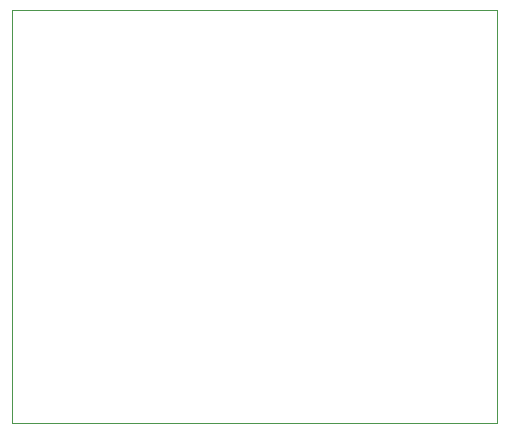
<source format=gm1>
G04 #@! TF.GenerationSoftware,KiCad,Pcbnew,9.0.1-unknown-1000.20250410git9b253fb.fc41*
G04 #@! TF.CreationDate,2025-04-15T18:00:25-07:00*
G04 #@! TF.ProjectId,usb-pd-plank,7573622d-7064-42d7-906c-616e6b2e6b69,rev?*
G04 #@! TF.SameCoordinates,Original*
G04 #@! TF.FileFunction,Profile,NP*
%FSLAX46Y46*%
G04 Gerber Fmt 4.6, Leading zero omitted, Abs format (unit mm)*
G04 Created by KiCad (PCBNEW 9.0.1-unknown-1000.20250410git9b253fb.fc41) date 2025-04-15 18:00:25*
%MOMM*%
%LPD*%
G01*
G04 APERTURE LIST*
G04 #@! TA.AperFunction,Profile*
%ADD10C,0.050000*%
G04 #@! TD*
G04 APERTURE END LIST*
D10*
X74500000Y-117500000D02*
X33500000Y-117500000D01*
X74500000Y-82500000D02*
X74500000Y-116500000D01*
X74500000Y-116500000D02*
X74500000Y-117000000D01*
X74500000Y-117000000D02*
X74500000Y-117500000D01*
X33500000Y-82500000D02*
X74500000Y-82500000D01*
X33500000Y-117500000D02*
X33500000Y-82500000D01*
M02*

</source>
